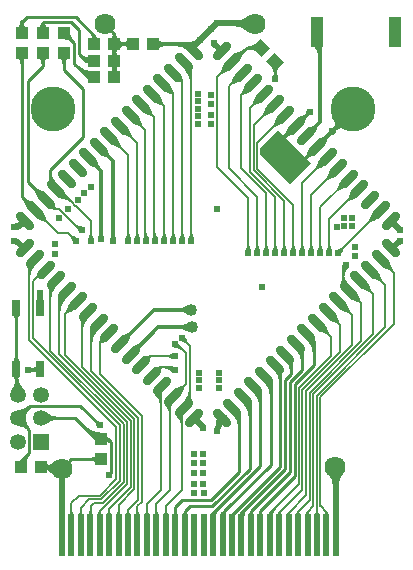
<source format=gtl>
%FSLAX24Y24*%
%MOIN*%
G70*
G01*
G75*
G04 Layer_Physical_Order=1*
G04 Layer_Color=255*
%ADD10C,0.0060*%
%ADD11C,0.0100*%
%ADD12C,0.0140*%
%ADD13C,0.0200*%
%ADD14R,0.0197X0.1417*%
%ADD15R,0.0433X0.0394*%
%ADD16R,0.0276X0.0571*%
%ADD17R,0.0394X0.0433*%
%ADD18R,0.0400X0.1000*%
G04:AMPARAMS|DCode=19|XSize=31.5mil|YSize=74.8mil|CornerRadius=0mil|HoleSize=0mil|Usage=FLASHONLY|Rotation=135.000|XOffset=0mil|YOffset=0mil|HoleType=Round|Shape=Round|*
%AMOVALD19*
21,1,0.0433,0.0315,0.0000,0.0000,225.0*
1,1,0.0315,0.0153,0.0153*
1,1,0.0315,-0.0153,-0.0153*
%
%ADD19OVALD19*%

G04:AMPARAMS|DCode=20|XSize=31.5mil|YSize=74.8mil|CornerRadius=0mil|HoleSize=0mil|Usage=FLASHONLY|Rotation=45.000|XOffset=0mil|YOffset=0mil|HoleType=Round|Shape=Round|*
%AMOVALD20*
21,1,0.0433,0.0315,0.0000,0.0000,135.0*
1,1,0.0315,0.0153,-0.0153*
1,1,0.0315,-0.0153,0.0153*
%
%ADD20OVALD20*%

G04:AMPARAMS|DCode=21|XSize=39.4mil|YSize=43.3mil|CornerRadius=0mil|HoleSize=0mil|Usage=FLASHONLY|Rotation=45.000|XOffset=0mil|YOffset=0mil|HoleType=Round|Shape=Rectangle|*
%AMROTATEDRECTD21*
4,1,4,0.0014,-0.0292,-0.0292,0.0014,-0.0014,0.0292,0.0292,-0.0014,0.0014,-0.0292,0.0*
%
%ADD21ROTATEDRECTD21*%

%ADD22C,0.0705*%
%ADD23R,0.0530X0.0530*%
%ADD24C,0.0530*%
%ADD25C,0.0240*%
%ADD26C,0.0400*%
%ADD27C,0.1500*%
G36*
X9100Y9200D02*
X8400Y8500D01*
X7392Y9508D01*
Y9692D01*
X8000Y10300D01*
X9100Y9200D01*
D02*
G37*
D10*
X10000Y6290D02*
G03*
X10153Y6353I0J217D01*
G01*
X10154Y6354D02*
G03*
X10090Y6200I154J-154D01*
G01*
X9336Y6264D02*
G03*
X9400Y6417I-154J154D01*
G01*
D02*
G03*
X9464Y6264I217J0D01*
G01*
X9036D02*
G03*
X9100Y6417I-154J154D01*
G01*
D02*
G03*
X9164Y6264I217J0D01*
G01*
X8736D02*
G03*
X8800Y6417I-154J154D01*
G01*
D02*
G03*
X8864Y6264I217J0D01*
G01*
X8436D02*
G03*
X8500Y6417I-154J154D01*
G01*
D02*
G03*
X8564Y6264I217J0D01*
G01*
X8136D02*
G03*
X8200Y6417I-154J154D01*
G01*
D02*
G03*
X8264Y6264I217J0D01*
G01*
X7836D02*
G03*
X7900Y6417I-154J154D01*
G01*
D02*
G03*
X7964Y6264I217J0D01*
G01*
X7536D02*
G03*
X7600Y6417I-154J154D01*
G01*
D02*
G03*
X7664Y6264I217J0D01*
G01*
X7236D02*
G03*
X7300Y6417I-154J154D01*
G01*
D02*
G03*
X7364Y6264I217J0D01*
G01*
X6936D02*
G03*
X7000Y6417I-154J154D01*
G01*
D02*
G03*
X7064Y6264I217J0D01*
G01*
X5036Y6664D02*
G03*
X5100Y6817I-154J154D01*
G01*
D02*
G03*
X5164Y6664I217J0D01*
G01*
X4736D02*
G03*
X4800Y6817I-154J154D01*
G01*
D02*
G03*
X4864Y6664I217J0D01*
G01*
X4436D02*
G03*
X4500Y6817I-154J154D01*
G01*
D02*
G03*
X4564Y6664I217J0D01*
G01*
X4136D02*
G03*
X4200Y6817I-154J154D01*
G01*
D02*
G03*
X4264Y6664I217J0D01*
G01*
X3836D02*
G03*
X3860Y6721I-57J57D01*
G01*
Y6769D02*
G03*
X3921Y6621I209J0D01*
G01*
X3860Y6914D02*
G03*
X3964Y6664I354J0D01*
G01*
X3536D02*
G03*
X3560Y6721I-57J57D01*
G01*
Y6769D02*
G03*
X3621Y6621I209J0D01*
G01*
X3560Y6914D02*
G03*
X3664Y6664I354J0D01*
G01*
X3236D02*
G03*
X3300Y6817I-154J154D01*
G01*
D02*
G03*
X3364Y6664I217J0D01*
G01*
X2936D02*
G03*
X3000Y6817I-154J154D01*
G01*
D02*
G03*
X3064Y6664I217J0D01*
G01*
X9636Y6264D02*
G03*
X9700Y6417I-154J154D01*
G01*
D02*
G03*
X9764Y6264I217J0D01*
G01*
X1160Y6600D02*
G03*
X1096Y6754I-217J0D01*
G01*
X1096Y6754D02*
G03*
X1250Y6690I154J154D01*
G01*
X1360Y6950D02*
G03*
X1330Y7023I-104J0D01*
G01*
X1319Y7034D02*
G03*
X1450Y6980I131J131D01*
G01*
X1216Y7137D02*
G03*
X1450Y7040I234J234D01*
G01*
X1686Y6664D02*
G03*
X1750Y6817I-154J154D01*
G01*
D02*
G03*
X1814Y6664I217J0D01*
G01*
X4890Y3350D02*
G03*
X4954Y3196I217J0D01*
G01*
X4954Y3196D02*
G03*
X4800Y3260I-154J-154D01*
G01*
X4738Y3042D02*
G03*
X4550Y3120I-188J-188D01*
G01*
X4841Y2940D02*
G03*
X4550Y3060I-291J-291D01*
G01*
X4572Y2321D02*
G03*
X4384Y2400I-187J-182D01*
G01*
X4529Y2279D02*
G03*
X4242Y2400I-286J-279D01*
G01*
X4485Y2237D02*
G03*
X4100Y2400I-385J-375D01*
G01*
X4486Y2686D02*
G03*
X4333Y2750I-154J-154D01*
G01*
D02*
G03*
X4486Y2814I0J217D01*
G01*
X10229Y5821D02*
G03*
X10150Y5631I190J-190D01*
G01*
X10271Y5779D02*
G03*
X10150Y5486I293J-293D01*
G01*
X10314Y5736D02*
G03*
X10150Y5341I395J-395D01*
G01*
X111Y7457D02*
G03*
X158Y7342I163J0D01*
G01*
X171Y7457D02*
G03*
X261Y7239I308J0D01*
G01*
X158Y7342D02*
G03*
X43Y7390I-115J-115D01*
G01*
X261Y7239D02*
G03*
X43Y7330I-218J-218D01*
G01*
X521Y7781D02*
G03*
X557Y7650I135J-33D01*
G01*
X557Y7650D02*
G03*
X427Y7687I-98J-98D01*
G01*
X878Y8164D02*
G03*
X907Y8093I101J0D01*
G01*
X909Y8091D02*
G03*
X750Y8157I-159J-159D01*
G01*
X1012Y7988D02*
G03*
X750Y8097I-261J-261D01*
G01*
X1114Y7886D02*
G03*
X750Y8037I-364J-364D01*
G01*
X2586Y9932D02*
G03*
X2633Y9817I163J0D01*
G01*
X2646Y9932D02*
G03*
X2736Y9714I308J0D01*
G01*
X2633Y9817D02*
G03*
X2518Y9864I-115J-115D01*
G01*
X2736Y9714D02*
G03*
X2518Y9804I-218J-218D01*
G01*
X2939Y10285D02*
G03*
X2987Y10170I163J0D01*
G01*
X2999Y10285D02*
G03*
X3089Y10068I308J0D01*
G01*
X2987Y10170D02*
G03*
X2872Y10218I-115J-115D01*
G01*
X3089Y10068D02*
G03*
X2872Y10158I-218J-218D01*
G01*
X3293Y10639D02*
G03*
X3340Y10524I163J0D01*
G01*
X3353Y10639D02*
G03*
X3443Y10421I308J0D01*
G01*
X3340Y10524D02*
G03*
X3225Y10572I-115J-115D01*
G01*
X3443Y10421D02*
G03*
X3225Y10512I-218J-218D01*
G01*
X3646Y10993D02*
G03*
X3694Y10877I163J0D01*
G01*
X3706Y10993D02*
G03*
X3796Y10775I308J0D01*
G01*
X3694Y10877D02*
G03*
X3579Y10925I-115J-115D01*
G01*
X3796Y10775D02*
G03*
X3579Y10865I-218J-218D01*
G01*
X4000Y11346D02*
G03*
X4048Y11231I163J0D01*
G01*
X4060Y11346D02*
G03*
X4150Y11128I308J0D01*
G01*
X4048Y11231D02*
G03*
X3932Y11279I-115J-115D01*
G01*
X4150Y11128D02*
G03*
X3932Y11219I-218J-218D01*
G01*
X4413Y11695D02*
G03*
X4493Y11493I272J-10D01*
G01*
X4493Y11493D02*
G03*
X4291Y11572I-192J-192D01*
G01*
X4763Y12023D02*
G03*
X4800Y11893I135J-33D01*
G01*
X4800Y11893D02*
G03*
X4669Y11929I-98J-98D01*
G01*
X5100Y12275D02*
G03*
X5030Y12444I-238J0D01*
G01*
X5100Y12130D02*
G03*
X4988Y12401I-383J0D01*
G01*
X5100Y11986D02*
G03*
X4945Y12359I-528J0D01*
G01*
X5100Y11841D02*
G03*
X4903Y12317I-673J0D01*
G01*
X6307Y12339D02*
G03*
X6192Y12292I0J-163D01*
G01*
X6307Y12279D02*
G03*
X6089Y12189I0J-308D01*
G01*
X6192Y12292D02*
G03*
X6240Y12407I-115J115D01*
G01*
X6089Y12189D02*
G03*
X6180Y12407I-218J218D01*
G01*
X6661Y11986D02*
G03*
X6545Y11938I0J-163D01*
G01*
X6661Y11926D02*
G03*
X6443Y11836I0J-308D01*
G01*
X6545Y11938D02*
G03*
X6593Y12053I-115J115D01*
G01*
X6443Y11836D02*
G03*
X6533Y12053I-218J218D01*
G01*
X7014Y11632D02*
G03*
X6899Y11584I0J-163D01*
G01*
X7014Y11572D02*
G03*
X6796Y11482I0J-308D01*
G01*
X6899Y11584D02*
G03*
X6947Y11700I-115J115D01*
G01*
X6796Y11482D02*
G03*
X6887Y11700I-218J218D01*
G01*
X7368Y11279D02*
G03*
X7252Y11231I0J-163D01*
G01*
X7368Y11219D02*
G03*
X7150Y11128I0J-308D01*
G01*
X7252Y11231D02*
G03*
X7300Y11346I-115J115D01*
G01*
X7150Y11128D02*
G03*
X7240Y11346I-218J218D01*
G01*
X7721Y10925D02*
G03*
X7606Y10877I0J-163D01*
G01*
X7721Y10865D02*
G03*
X7504Y10775I0J-308D01*
G01*
X7606Y10877D02*
G03*
X7654Y10993I-115J115D01*
G01*
X7504Y10775D02*
G03*
X7594Y10993I-218J218D01*
G01*
X8075Y10572D02*
G03*
X7960Y10524I0J-163D01*
G01*
X8075Y10512D02*
G03*
X7857Y10421I0J-308D01*
G01*
X7960Y10524D02*
G03*
X8007Y10639I-115J115D01*
G01*
X7857Y10421D02*
G03*
X7947Y10639I-218J218D01*
G01*
X9489Y9157D02*
G03*
X9374Y9110I0J-163D01*
G01*
X9489Y9097D02*
G03*
X9271Y9007I0J-308D01*
G01*
X9374Y9110D02*
G03*
X9422Y9225I-115J115D01*
G01*
X9271Y9007D02*
G03*
X9362Y9225I-218J218D01*
G01*
X9843Y8804D02*
G03*
X9727Y8756I0J-163D01*
G01*
X9843Y8744D02*
G03*
X9625Y8654I0J-308D01*
G01*
X9727Y8756D02*
G03*
X9775Y8871I-115J115D01*
G01*
X9625Y8654D02*
G03*
X9715Y8871I-218J218D01*
G01*
X10196Y8450D02*
G03*
X10081Y8402I0J-163D01*
G01*
X10196Y8390D02*
G03*
X9978Y8300I0J-308D01*
G01*
X10081Y8402D02*
G03*
X10129Y8518I-115J115D01*
G01*
X9978Y8300D02*
G03*
X10069Y8518I-218J218D01*
G01*
X10550Y8097D02*
G03*
X10434Y8049I0J-163D01*
G01*
X10550Y8037D02*
G03*
X10332Y7946I0J-308D01*
G01*
X10434Y8049D02*
G03*
X10482Y8164I-115J115D01*
G01*
X10332Y7946D02*
G03*
X10422Y8164I-218J218D01*
G01*
X11257Y7390D02*
G03*
X11142Y7342I0J-163D01*
G01*
X11257Y7330D02*
G03*
X11039Y7239I0J-308D01*
G01*
X11142Y7342D02*
G03*
X11189Y7457I-115J115D01*
G01*
X11039Y7239D02*
G03*
X11129Y7457I-218J218D01*
G01*
X11630Y5837D02*
G03*
X11678Y5722I163J0D01*
G01*
X11690Y5837D02*
G03*
X11781Y5619I308J0D01*
G01*
X11678Y5722D02*
G03*
X11563Y5769I-115J-115D01*
G01*
X11781Y5619D02*
G03*
X11563Y5709I-218J-218D01*
G01*
X11277Y5483D02*
G03*
X11325Y5368I163J0D01*
G01*
X11337Y5483D02*
G03*
X11427Y5266I308J0D01*
G01*
X11325Y5368D02*
G03*
X11209Y5416I-115J-115D01*
G01*
X11427Y5266D02*
G03*
X11209Y5356I-218J-218D01*
G01*
X10923Y5130D02*
G03*
X10971Y5014I163J0D01*
G01*
X10983Y5130D02*
G03*
X11073Y4912I308J0D01*
G01*
X10971Y5014D02*
G03*
X10856Y5062I-115J-115D01*
G01*
X11073Y4912D02*
G03*
X10856Y5002I-218J-218D01*
G01*
X10106Y5173D02*
G03*
X10150Y5279I-106J106D01*
G01*
Y5357D02*
G03*
X10244Y5130I320J0D01*
G01*
X10150Y5501D02*
G03*
X10286Y5173I465J0D01*
G01*
X10570Y4776D02*
G03*
X10618Y4661I163J0D01*
G01*
X10630Y4776D02*
G03*
X10720Y4559I308J0D01*
G01*
X10618Y4661D02*
G03*
X10502Y4709I-115J-115D01*
G01*
X10720Y4559D02*
G03*
X10502Y4649I-218J-218D01*
G01*
X10216Y4423D02*
G03*
X10264Y4307I163J0D01*
G01*
X10276Y4423D02*
G03*
X10366Y4205I308J0D01*
G01*
X10264Y4307D02*
G03*
X10149Y4355I-115J-115D01*
G01*
X10366Y4205D02*
G03*
X10149Y4295I-218J-218D01*
G01*
X9863Y4069D02*
G03*
X9910Y3954I163J0D01*
G01*
X9923Y4069D02*
G03*
X10013Y3851I308J0D01*
G01*
X9910Y3954D02*
G03*
X9795Y4002I-115J-115D01*
G01*
X10013Y3851D02*
G03*
X9795Y3942I-218J-218D01*
G01*
X9509Y3715D02*
G03*
X9557Y3600I163J0D01*
G01*
X9569Y3715D02*
G03*
X9659Y3498I308J0D01*
G01*
X9557Y3600D02*
G03*
X9442Y3648I-115J-115D01*
G01*
X9659Y3498D02*
G03*
X9442Y3588I-218J-218D01*
G01*
X9195Y3293D02*
G03*
X9200Y3250I29J-19D01*
G01*
D02*
G03*
X9157Y3255I-24J-24D01*
G01*
X4988Y1199D02*
G03*
X5050Y1349I-150J150D01*
G01*
X4945Y1241D02*
G03*
X5050Y1494I-253J253D01*
G01*
X4903Y1283D02*
G03*
X5050Y1639I-355J355D01*
G01*
Y1363D02*
G03*
X5083Y1283I113J0D01*
G01*
X4793Y659D02*
G03*
X4682Y881I-277J0D01*
G01*
X4793Y539D02*
G03*
X4646Y833I-368J0D01*
G01*
X4793Y419D02*
G03*
X4610Y785I-459J0D01*
G01*
X4639Y1614D02*
G03*
X4755Y1662I0J163D01*
G01*
X4639Y1674D02*
G03*
X4857Y1764I0J308D01*
G01*
X4755Y1662D02*
G03*
X4707Y1547I115J-115D01*
G01*
X4857Y1764D02*
G03*
X4767Y1547I218J-218D01*
G01*
X4423Y1150D02*
G03*
X4400Y1094I56J-56D01*
G01*
Y1061D02*
G03*
X4328Y1235I-246J0D01*
G01*
X4400Y916D02*
G03*
X4286Y1193I-391J0D01*
G01*
X4400Y772D02*
G03*
X4243Y1150I-536J0D01*
G01*
X4086Y1366D02*
G03*
X3975Y1588I-277J0D01*
G01*
X4086Y1246D02*
G03*
X3939Y1540I-368J0D01*
G01*
X4086Y1126D02*
G03*
X3903Y1492I-459J0D01*
G01*
X3977Y2373D02*
G03*
X4100Y2400I41J109D01*
G01*
X4100Y2400D02*
G03*
X4058Y2273I105J-105D01*
G01*
X3622Y2728D02*
G03*
X3721Y2750I32J90D01*
G01*
D02*
G03*
X3699Y2650I68J-68D01*
G01*
X2183Y3238D02*
G03*
X2050Y3200I-32J-138D01*
G01*
X2050Y3200D02*
G03*
X2088Y3333I-100J100D01*
G01*
X1864Y3710D02*
G03*
X1760Y3460I251J-251D01*
G01*
X1906Y3668D02*
G03*
X1760Y3315I353J-353D01*
G01*
X1948Y3625D02*
G03*
X1760Y3170I455J-455D01*
G01*
X1510Y4064D02*
G03*
X1450Y3919I145J-145D01*
G01*
X1552Y4021D02*
G03*
X1450Y3774I247J-247D01*
G01*
X1595Y3979D02*
G03*
X1450Y3629I350J-350D01*
G01*
Y3894D02*
G03*
X1415Y3979I-121J0D01*
G01*
X1151Y4355D02*
G03*
X1036Y4307I0J-163D01*
G01*
X1151Y4295D02*
G03*
X934Y4205I0J-308D01*
G01*
X1036Y4307D02*
G03*
X1084Y4423I-115J115D01*
G01*
X934Y4205D02*
G03*
X1024Y4423I-218J218D01*
G01*
X803Y4771D02*
G03*
X700Y4522I249J-249D01*
G01*
X845Y4728D02*
G03*
X700Y4377I351J-351D01*
G01*
X888Y4686D02*
G03*
X700Y4233I453J-453D01*
G01*
X492Y5082D02*
G03*
X400Y4860I222J-222D01*
G01*
X534Y5040D02*
G03*
X400Y4715I324J-324D01*
G01*
Y4928D02*
G03*
X354Y5040I-157J0D01*
G01*
X-215Y5789D02*
G03*
X-300Y5584I205J-205D01*
G01*
X-173Y5747D02*
G03*
X-300Y5440I307J-307D01*
G01*
Y5618D02*
G03*
X-353Y5747I-181J0D01*
G01*
X9554Y-2553D02*
G03*
X9602Y-2440I-111J113D01*
G01*
D02*
G03*
X9650Y-2553I158J0D01*
G01*
X8924D02*
G03*
X8972Y-2440I-111J113D01*
G01*
D02*
G03*
X9020Y-2553I158J0D01*
G01*
X9239Y-2554D02*
G03*
X9287Y-2437I-117J117D01*
G01*
D02*
G03*
X9335Y-2554I165J0D01*
G01*
X8299Y-2549D02*
G03*
X8342Y-2458I-75J92D01*
G01*
D02*
G03*
X8385Y-2549I118J0D01*
G01*
X8609Y-2553D02*
G03*
X8657Y-2440I-111J113D01*
G01*
D02*
G03*
X8705Y-2553I158J0D01*
G01*
X7989Y-2546D02*
G03*
X8027Y-2473I-50J73D01*
G01*
D02*
G03*
X8066Y-2546I88J0D01*
G01*
X7705Y-2495D02*
G03*
X7661Y-2602I108J-108D01*
G01*
X7808Y-2392D02*
G03*
X7721Y-2602I210J-210D01*
G01*
X7910Y-2290D02*
G03*
X7781Y-2602I312J-312D01*
G01*
X7680Y-2542D02*
G03*
X7712Y-2488I-29J54D01*
G01*
D02*
G03*
X7745Y-2542I62J0D01*
G01*
X4199Y-2554D02*
G03*
X4248Y-2437I-117J117D01*
G01*
D02*
G03*
X4296Y-2554I165J0D01*
G01*
X2624D02*
G03*
X2673Y-2437I-117J117D01*
G01*
D02*
G03*
X2721Y-2554I165J0D01*
G01*
X2309D02*
G03*
X2350Y-2456I-98J98D01*
G01*
Y-2418D02*
G03*
X2406Y-2554I192J0D01*
G01*
X3254D02*
G03*
X3303Y-2437I-117J117D01*
G01*
D02*
G03*
X3351Y-2554I165J0D01*
G01*
X2939D02*
G03*
X2988Y-2437I-117J117D01*
G01*
D02*
G03*
X3036Y-2554I165J0D01*
G01*
X3569D02*
G03*
X3618Y-2437I-117J117D01*
G01*
D02*
G03*
X3666Y-2554I165J0D01*
G01*
X3884D02*
G03*
X3933Y-2437I-117J117D01*
G01*
D02*
G03*
X3981Y-2554I165J0D01*
G01*
X1050D02*
G03*
X1098Y-2437I-117J117D01*
G01*
D02*
G03*
X1146Y-2554I165J0D01*
G01*
X1680D02*
G03*
X1750Y-2384I-170J170D01*
G01*
Y-2490D02*
G03*
X1776Y-2554I90J0D01*
G01*
X1365D02*
G03*
X1413Y-2437I-117J117D01*
G01*
D02*
G03*
X1461Y-2554I165J0D01*
G01*
X1995D02*
G03*
X2043Y-2437I-117J117D01*
G01*
D02*
G03*
X2091Y-2554I165J0D01*
G01*
X3320Y-2052D02*
Y698D01*
X3200Y-1670D02*
Y649D01*
X3080Y-1620D02*
Y599D01*
X2960Y-1499D02*
Y549D01*
X2840Y-1449D02*
Y499D01*
X2720Y-1400D02*
Y450D01*
X1760Y2258D02*
X3320Y698D01*
X1760Y2258D02*
Y3617D01*
X1450Y2399D02*
X3200Y649D01*
X1450Y2399D02*
Y4014D01*
X900Y2779D02*
X3080Y599D01*
X900Y2779D02*
Y4171D01*
X700Y2809D02*
X2960Y549D01*
X700Y2809D02*
Y4678D01*
X400Y2939D02*
X2840Y499D01*
X400Y2939D02*
Y5086D01*
X-180Y3350D02*
X2720Y450D01*
X-180Y3350D02*
Y5250D01*
X1098Y-3213D02*
Y-2152D01*
X1350Y-1900D01*
X2050D01*
X2600Y-1350D01*
Y400D01*
X-300Y3300D02*
X2600Y400D01*
X-300Y3300D02*
Y5800D01*
X-110Y5990D01*
X1750Y-2250D02*
X1800Y-2200D01*
X1854Y-2146D01*
X10150Y5128D02*
Y5800D01*
X1403Y6950D02*
X1450D01*
X790Y7563D02*
X1403Y6950D01*
X703Y7650D02*
X790Y7563D01*
X557Y7650D02*
X703D01*
X244Y7964D02*
X557Y7650D01*
X1000Y6850D02*
X1250Y6600D01*
X650Y6850D02*
X1000D01*
X-110Y7610D02*
X650Y6850D01*
X1242Y7758D02*
X1750Y7250D01*
X1231Y7758D02*
X1242D01*
X1108Y7881D02*
X1231Y7758D01*
X1108Y7881D02*
Y7892D01*
X683Y8317D02*
X1108Y7892D01*
X1750Y6600D02*
Y7250D01*
X597Y8317D02*
X683D01*
X10150Y5800D02*
X10250D01*
X10150Y5128D02*
X10349Y4929D01*
X4800Y3350D02*
X5050Y3100D01*
Y1250D02*
Y3100D01*
X4840Y1040D02*
X5050Y1250D01*
X6460Y1040D02*
X6700Y800D01*
X3426Y2454D02*
X3721Y2750D01*
X4550D01*
X4450Y2400D02*
X4550Y2300D01*
X4100Y2400D02*
X4450D01*
X3801Y2101D02*
X4100Y2400D01*
X3779Y2101D02*
X3801D01*
X4910Y1817D02*
Y2870D01*
X4630Y3150D02*
X4910Y2870D01*
X4550Y3150D02*
X4630D01*
X4486Y1394D02*
X4910Y1817D01*
X2050Y3200D02*
X2365Y3515D01*
X2050Y2150D02*
Y3200D01*
Y2150D02*
X3440Y760D01*
Y-2101D02*
Y760D01*
X3303Y-2239D02*
X3440Y-2101D01*
X3303Y-3213D02*
Y-2239D01*
X2988Y-3213D02*
Y-2384D01*
X3320Y-2052D01*
X1760Y3617D02*
X2011Y3869D01*
X1450Y4014D02*
X1658Y4222D01*
X2673Y-2197D02*
X3200Y-1670D01*
X2673Y-3213D02*
Y-2197D01*
X2350Y-3205D02*
X2358Y-3213D01*
X2350Y-3205D02*
Y-2350D01*
X3080Y-1620D01*
X900Y4171D02*
X1304Y4576D01*
X700Y4678D02*
X951Y4929D01*
X2043Y-2416D02*
X2960Y-1499D01*
X2043Y-3213D02*
Y-2416D01*
X400Y5086D02*
X597Y5283D01*
X2143Y-2146D02*
X2840Y-1449D01*
X1854Y-2146D02*
X2143D01*
X1750Y-3191D02*
Y-2250D01*
X1728Y-3213D02*
X1750Y-3191D01*
X1703Y-2020D02*
X2100D01*
X206Y5636D02*
X244D01*
X-180Y5250D02*
X206Y5636D01*
X2100Y-2020D02*
X2720Y-1400D01*
X1413Y-2310D02*
X1703Y-2020D01*
X4086Y1700D02*
X4133Y1747D01*
X4086Y1138D02*
Y1700D01*
Y-1714D02*
Y1138D01*
X3618Y-2182D02*
X4086Y-1714D01*
X3618Y-3213D02*
Y-2182D01*
X4400Y1307D02*
X4486Y1394D01*
X4400Y-1700D02*
Y1307D01*
X3933Y-2167D02*
X4400Y-1700D01*
X3933Y-3213D02*
Y-2167D01*
X4793Y993D02*
X4840Y1040D01*
X4793Y431D02*
Y993D01*
Y-1707D02*
Y431D01*
X4248Y-2252D02*
X4793Y-1707D01*
X4248Y-3213D02*
Y-2252D01*
X7167Y1747D02*
X7400Y1514D01*
X6814Y1394D02*
X7050Y1157D01*
X7521Y2101D02*
X7750Y1872D01*
X9400Y-2238D02*
Y-2206D01*
Y-2238D02*
X9407Y-2245D01*
X9602Y-2440D01*
X9280Y-2288D02*
X9287Y-2295D01*
X9280Y-2288D02*
Y-2157D01*
X10703Y5283D02*
X11160Y4826D01*
Y3481D02*
Y4826D01*
X9160Y1481D02*
X11160Y3481D01*
X9160Y-511D02*
Y1481D01*
Y-1514D02*
Y-511D01*
Y-1719D02*
Y-1514D01*
Y-1849D02*
Y-1719D01*
Y-1979D02*
Y-1849D01*
Y-2107D02*
Y-1979D01*
Y-2252D02*
Y-2107D01*
X8972Y-2440D02*
X9160Y-2252D01*
X8972Y-3213D02*
Y-2440D01*
X9280Y-2157D02*
Y-2029D01*
X9400Y-2079D02*
Y-1949D01*
Y-2206D02*
Y-2079D01*
X9280Y-2029D02*
Y-1899D01*
X9287Y-3213D02*
Y-2295D01*
X9400Y-1949D02*
Y-1818D01*
X9280Y-1564D02*
Y-461D01*
Y1431D01*
Y-1769D02*
Y-1564D01*
Y-1899D02*
Y-1769D01*
X9400Y-1818D02*
Y-1613D01*
Y-411D01*
Y1382D01*
X10349Y4929D02*
X10760Y4518D01*
Y3251D02*
Y4518D01*
X9040Y1531D02*
X10760Y3251D01*
X9040Y-560D02*
Y1531D01*
Y-1464D02*
Y-560D01*
Y-1669D02*
Y-1464D01*
Y-1799D02*
Y-1669D01*
Y-1930D02*
Y-1799D01*
Y-2057D02*
Y-1930D01*
X8657Y-2440D02*
X9040Y-2057D01*
X8657Y-3213D02*
Y-2440D01*
X9996Y4576D02*
X10460Y4111D01*
Y3121D02*
Y4111D01*
X8920Y1581D02*
X10460Y3121D01*
X8920Y-610D02*
Y1581D01*
Y-1415D02*
Y-610D01*
Y-1619D02*
Y-1415D01*
Y-1750D02*
Y-1619D01*
Y-1880D02*
Y-1750D01*
X8342Y-2458D02*
X8920Y-1880D01*
X8342Y-3213D02*
Y-2458D01*
X11410Y5990D02*
X11860Y5540D01*
Y3842D02*
Y5540D01*
X9400Y1382D02*
X11860Y3842D01*
X9602Y-3213D02*
Y-2440D01*
X9642Y4222D02*
X10060Y3804D01*
Y2890D02*
Y3804D01*
X8800Y1630D02*
X10060Y2890D01*
X8800Y-660D02*
Y1630D01*
Y-1365D02*
Y-660D01*
Y-1570D02*
Y-1365D01*
Y-1700D02*
Y-1570D01*
X8027Y-2473D02*
X8800Y-1700D01*
X8027Y-3213D02*
Y-2473D01*
X9289Y3869D02*
X9760Y3397D01*
Y2760D02*
Y3397D01*
X8680Y1680D02*
X9760Y2760D01*
X8680Y-709D02*
Y1680D01*
Y-1315D02*
Y-709D01*
Y-1520D02*
Y-1315D01*
X7712Y-2488D02*
X8680Y-1520D01*
X7712Y-3213D02*
Y-2488D01*
X8380Y1890D02*
X8390D01*
X8935Y3515D02*
X9200Y3250D01*
X8581Y3161D02*
X8800Y2943D01*
X9280Y1431D02*
X11560Y3711D01*
X7874Y2454D02*
X8050Y2279D01*
X6452Y-3213D02*
Y-2548D01*
X7900Y12000D02*
Y12027D01*
X1413Y-3213D02*
Y-2310D01*
X-270Y5830D02*
X-110Y5990D01*
X10Y5403D02*
X244Y5636D01*
X1120Y4391D02*
X1304Y4576D01*
X780Y4758D02*
X951Y4929D01*
X370Y5056D02*
X597Y5283D01*
X2150Y3300D02*
X2365Y3515D01*
X7300Y6200D02*
Y8070D01*
X5960Y12060D02*
X6460Y12560D01*
X5960Y9050D02*
Y12060D01*
Y9050D02*
X7000Y8010D01*
Y6200D02*
Y8010D01*
X6360Y11753D02*
X6814Y12206D01*
X6360Y9010D02*
Y11753D01*
Y9010D02*
X7300Y8070D01*
X6760Y11446D02*
X7167Y11853D01*
X6760Y9031D02*
Y11446D01*
Y9031D02*
X7600Y8191D01*
Y6200D02*
Y8191D01*
X7060Y11038D02*
X7521Y11499D01*
X7060Y8901D02*
Y11038D01*
Y8901D02*
X7900Y8061D01*
Y6200D02*
Y8061D01*
X7180Y10451D02*
X7874Y11146D01*
X7180Y8950D02*
Y10451D01*
Y8950D02*
X8200Y7930D01*
Y6200D02*
Y7930D01*
X7300Y9864D02*
X8228Y10792D01*
X7300Y9000D02*
Y9864D01*
Y9000D02*
X8500Y7800D01*
Y6200D02*
Y7800D01*
X8800Y8536D02*
X9642Y9378D01*
X8800Y6200D02*
Y8536D01*
X9100Y8129D02*
X9996Y9024D01*
X9100Y6200D02*
Y8129D01*
X9400Y7722D02*
X10349Y8671D01*
X9400Y6200D02*
Y7722D01*
X9700Y7314D02*
X10703Y8317D01*
X9700Y6200D02*
Y7314D01*
X197Y8011D02*
X244Y7964D01*
X89Y8011D02*
X197D01*
X2365Y10085D02*
X3000Y9450D01*
Y6600D02*
Y9450D01*
X2719Y10439D02*
X3300Y9857D01*
Y6600D02*
Y9857D01*
X3072Y10792D02*
X3560Y10304D01*
Y6640D02*
X3600Y6600D01*
X3560Y6640D02*
Y10304D01*
X3426Y11146D02*
X3860Y10711D01*
Y6640D02*
X3900Y6600D01*
X3860Y6640D02*
Y10711D01*
X3779Y11499D02*
X4189Y11089D01*
X4200Y6600D02*
Y11078D01*
X4189Y11089D02*
X4200Y11078D01*
X4133Y11853D02*
X4493Y11493D01*
X4500Y6600D02*
Y11493D01*
X4486Y12206D02*
X4800Y11893D01*
Y6600D02*
Y11307D01*
Y11893D01*
X4840Y12560D02*
X5100Y12300D01*
Y6600D02*
Y11100D01*
Y12300D01*
X10000Y6200D02*
X11410Y7610D01*
X11763Y7257D02*
Y7263D01*
Y6321D02*
Y6343D01*
X11560Y3711D02*
Y5133D01*
X11056Y5636D02*
X11560Y5133D01*
X8228Y2808D02*
X8435Y2601D01*
X3379Y2407D02*
X3426Y2454D01*
X1778Y3635D02*
X2011Y3869D01*
X6460Y12560D02*
X6487D01*
X7258Y6242D02*
X7300Y6200D01*
X10000D02*
Y6200D01*
D11*
X9800Y10313D02*
G03*
X9919Y10362I0J169D01*
G01*
X9919Y10362D02*
G03*
X9870Y10243I120J-120D01*
G01*
X10294Y10476D02*
G03*
X9959Y10402I-109J-299D01*
G01*
X10260Y10382D02*
G03*
X9849Y10291I-134J-368D01*
G01*
X9940Y10383D02*
G03*
X9984Y10734I-204J204D01*
G01*
X9849Y10291D02*
G03*
X9898Y10683I-228J228D01*
G01*
X7850Y12049D02*
G03*
X7887Y12137I-87J87D01*
G01*
Y12201D02*
G03*
X7950Y12049I215J0D01*
G01*
X-301Y2350D02*
G03*
X-162Y2292I139J139D01*
G01*
X-200D02*
G03*
X-301Y2251I0J-142D01*
G01*
X1980Y450D02*
G03*
X1930Y569I-169J0D01*
G01*
X1930Y569D02*
G03*
X2050Y520I120J120D01*
G01*
X644Y-1129D02*
G03*
X263Y-950I-381J-316D01*
G01*
X567Y-1193D02*
G03*
X50Y-950I-517J-429D01*
G01*
X432D02*
G03*
X657Y-857I0J318D01*
G01*
X190Y-950D02*
G03*
X586Y-786I0J560D01*
G01*
X-839Y1627D02*
G03*
X-737Y1873I-246J246D01*
G01*
D02*
G03*
X-606Y1556I448J0D01*
G01*
X-737Y2115D02*
G03*
X-535Y1627I690J0D01*
G01*
X-687Y802D02*
G03*
X-491Y884I0J278D01*
G01*
X-687Y902D02*
G03*
X-320Y1054I0J519D01*
G01*
X-491Y884D02*
G03*
X-572Y687I196J-196D01*
G01*
X-320Y1054D02*
G03*
X-472Y687I367J-367D01*
G01*
X-572D02*
G03*
X-491Y491I278J0D01*
G01*
X-472Y687D02*
G03*
X-320Y320I519J0D01*
G01*
X-491Y491D02*
G03*
X-687Y572I-196J-196D01*
G01*
X-320Y320D02*
G03*
X-687Y472I-367J-367D01*
G01*
X181Y769D02*
G03*
X378Y687I196J196D01*
G01*
X252Y839D02*
G03*
X619Y687I367J367D01*
G01*
X378D02*
G03*
X181Y606I0J-278D01*
G01*
X619Y687D02*
G03*
X252Y535I0J-519D01*
G01*
X7296Y12947D02*
G03*
X7079Y13037I-217J-217D01*
G01*
X7011D02*
G03*
X7296Y13154I0J402D01*
G01*
X8004Y12446D02*
G03*
X7887Y12161I284J-284D01*
G01*
Y12229D02*
G03*
X7797Y12446I-307J0D01*
G01*
X-370Y7763D02*
G03*
X-446Y7947I-259J0D01*
G01*
D02*
G03*
X-263Y7871I183J183D01*
G01*
X-17Y8117D02*
G03*
X-93Y8300I-259J0D01*
G01*
D02*
G03*
X91Y8224I183J183D01*
G01*
X368Y8546D02*
G03*
X400Y8623I-77J77D01*
G01*
Y8836D02*
G03*
X520Y8546I410J0D01*
G01*
X6613Y12820D02*
G03*
X6797Y12896I0J259D01*
G01*
D02*
G03*
X6721Y12713I183J-183D01*
G01*
X9200Y3074D02*
G03*
X9083Y3357I-400J0D01*
G01*
X9200Y2832D02*
G03*
X9012Y3286I-642J0D01*
G01*
X8800Y2832D02*
G03*
X8729Y3003I-242J0D01*
G01*
X8800Y2591D02*
G03*
X8659Y2932I-483J0D01*
G01*
X8435Y2507D02*
G03*
X8376Y2650I-202J0D01*
G01*
X8435Y2265D02*
G03*
X8305Y2579I-443J0D01*
G01*
X8103Y2225D02*
G03*
X8050Y2096I129J-129D01*
G01*
Y1987D02*
G03*
X7951Y2225I-337J0D01*
G01*
X7750Y1746D02*
G03*
X7669Y1942I-278J0D01*
G01*
X7750Y1504D02*
G03*
X7598Y1872I-519J0D01*
G01*
X7400Y1384D02*
G03*
X7315Y1589I-290J0D01*
G01*
X7400Y1142D02*
G03*
X7244Y1518I-531J0D01*
G01*
X7050Y1022D02*
G03*
X6961Y1235I-302J0D01*
G01*
X7050Y780D02*
G03*
X6891Y1165I-544J0D01*
G01*
X6700Y659D02*
G03*
X6608Y882I-314J0D01*
G01*
X6700Y418D02*
G03*
X6537Y811I-556J0D01*
G01*
X1996Y-788D02*
G03*
X1745Y-685I-251J-251D01*
G01*
D02*
G03*
X1996Y-581I0J355D01*
G01*
X1842Y58D02*
G03*
X2100Y-49I258J258D01*
G01*
X1671Y229D02*
G03*
X2100Y51I429J429D01*
G01*
X1501Y399D02*
G03*
X2100Y151I599J599D01*
G01*
X2237Y38D02*
G03*
X2315Y-15I79J31D01*
G01*
D02*
G03*
X2237Y-69I0J-84D01*
G01*
X2328Y-28D02*
G03*
X2076Y12I-154J-154D01*
G01*
X2426Y-126D02*
G03*
X2121Y-77I-187J-187D01*
G01*
X997Y13515D02*
G03*
X1076Y13324I270J0D01*
G01*
X1160Y13239D02*
G03*
X850Y13368I-311J-311D01*
G01*
X954Y12742D02*
G03*
X850Y12491I251J-251D01*
G01*
D02*
G03*
X746Y12742I-355J0D01*
G01*
X254D02*
G03*
X150Y12491I251J-251D01*
G01*
D02*
G03*
X46Y12742I-355J0D01*
G01*
X61Y13671D02*
G03*
X150Y13850I-135J179D01*
G01*
D02*
G03*
X239Y13671I224J0D01*
G01*
X-652Y13660D02*
G03*
X-550Y13900I-231J240D01*
G01*
D02*
G03*
X-448Y13660I333J0D01*
G01*
X-446Y12762D02*
G03*
X-550Y12511I251J-251D01*
G01*
D02*
G03*
X-654Y12762I-355J0D01*
G01*
X1613Y12087D02*
G03*
X1849Y11997I218J218D01*
G01*
X1456Y12244D02*
G03*
X1843Y12097I358J358D01*
G01*
X1298Y12402D02*
G03*
X1837Y12197I499J499D01*
G01*
X2431Y12154D02*
G03*
X2535Y12405I-251J251D01*
G01*
D02*
G03*
X2638Y12154I355J0D01*
G01*
X1633Y12567D02*
G03*
X1881Y12560I128J128D01*
G01*
X1558Y12642D02*
G03*
X1814Y12635I132J132D01*
G01*
X1483Y12717D02*
G03*
X1748Y12710I137J137D01*
G01*
X1716Y12530D02*
G03*
X1600Y12600I-116J-63D01*
G01*
D02*
G03*
X1716Y12670I0J132D01*
G01*
X2431Y12704D02*
G03*
X2535Y12955I-251J251D01*
G01*
D02*
G03*
X2638Y12704I355J0D01*
G01*
Y12496D02*
G03*
X2535Y12245I251J-251D01*
G01*
D02*
G03*
X2431Y12496I-355J0D01*
G01*
X1780Y13270D02*
G03*
X1865Y13435I-117J165D01*
G01*
D02*
G03*
X1950Y13270I202J0D01*
G01*
X2658Y13254D02*
G03*
X2909Y13150I251J251D01*
G01*
D02*
G03*
X2658Y13046I0J-355D01*
G01*
X2638D02*
G03*
X2535Y12795I251J-251D01*
G01*
D02*
G03*
X2431Y13046I-355J0D01*
G01*
Y13254D02*
G03*
X2535Y13505I-251J251D01*
G01*
D02*
G03*
X2638Y13254I355J0D01*
G01*
X-675Y4140D02*
G03*
X-737Y3990I150J-150D01*
G01*
D02*
G03*
X-799Y4140I-212J0D01*
G01*
Y2552D02*
G03*
X-737Y2702I-150J150D01*
G01*
D02*
G03*
X-675Y2552I212J0D01*
G01*
Y2132D02*
G03*
X-737Y1983I150J-150D01*
G01*
D02*
G03*
X-799Y2132I-212J0D01*
G01*
X-283Y2292D02*
G03*
X-12Y2404I0J383D01*
G01*
X3042Y13046D02*
G03*
X2791Y13150I-251J-251D01*
G01*
D02*
G03*
X3042Y13254I0J355D01*
G01*
X208Y-846D02*
G03*
X459Y-950I251J251D01*
G01*
D02*
G03*
X208Y-1054I0J-355D01*
G01*
X-548Y-713D02*
G03*
X-616Y-963I185J-185D01*
G01*
X-424Y-589D02*
G03*
X-520Y-938I258J-258D01*
G01*
X-300Y-465D02*
G03*
X-423Y-914I332J-332D01*
G01*
X-617Y-813D02*
G03*
X-550Y-715I-37J97D01*
G01*
Y-715D02*
G03*
X-489Y-825I128J0D01*
G01*
X6574Y-2426D02*
G03*
X6501Y-2602I176J-176D01*
G01*
X6103Y-2568D02*
G03*
X6137Y-2485I-83J83D01*
G01*
D02*
G03*
X6172Y-2568I117J0D01*
G01*
X6125Y-2484D02*
G03*
X6087Y-2613I99J-99D01*
G01*
X6255Y-2355D02*
G03*
X6185Y-2592I183J-183D01*
G01*
X7048Y-2568D02*
G03*
X7082Y-2485I-83J83D01*
G01*
D02*
G03*
X7117Y-2568I117J0D01*
G01*
X6781Y-2446D02*
G03*
X6716Y-2602I157J-157D01*
G01*
X6951Y-2275D02*
G03*
X6816Y-2602I327J-327D01*
G01*
X6733Y-2568D02*
G03*
X6767Y-2485I-83J83D01*
G01*
D02*
G03*
X6802Y-2568I117J0D01*
G01*
X7363D02*
G03*
X7397Y-2485I-83J83D01*
G01*
D02*
G03*
X7431Y-2568I117J0D01*
G01*
X4528D02*
G03*
X4563Y-2485I-83J83D01*
G01*
D02*
G03*
X4597Y-2568I117J0D01*
G01*
X4843D02*
G03*
X4878Y-2485I-83J83D01*
G01*
D02*
G03*
X4912Y-2568I117J0D01*
G01*
X5823Y-2477D02*
G03*
X5771Y-2602I125J-125D01*
G01*
X5993Y-2307D02*
G03*
X5871Y-2602I296J-296D01*
G01*
X5788Y-2568D02*
G03*
X5822Y-2485I-83J83D01*
G01*
D02*
G03*
X5857Y-2568I117J0D01*
G01*
X10500Y10943D02*
Y11040D01*
X9800Y10243D02*
X10500Y10943D01*
X-550Y-950D02*
Y-715D01*
X7887Y12013D02*
X7900Y12000D01*
X7887Y12013D02*
Y12563D01*
X6937Y13037D02*
X7413D01*
X6850Y12950D02*
X6937Y13037D01*
X6850Y12950D02*
Y12950D01*
X6460Y12560D02*
X6850Y12950D01*
X783Y-1000D02*
X1098Y-685D01*
X2100D01*
X733Y-950D02*
X783Y-1000D01*
X50Y-950D02*
X733D01*
X-550Y-715D02*
X-300Y-465D01*
Y300D01*
X-687Y687D02*
X-300Y300D01*
X256Y1100D02*
X1400D01*
X2050Y450D01*
X255Y1100D02*
X256Y1100D01*
X-275Y1100D02*
X255D01*
X-687Y687D02*
X-275Y1100D01*
X1915Y-15D02*
X2100D01*
X1213Y687D02*
X1915Y-15D01*
X100Y687D02*
X1213D01*
X2315Y-15D02*
X2407Y-107D01*
X2350Y-1200D02*
X2407Y-1143D01*
Y-107D01*
X2100Y-15D02*
X2315D01*
X-350Y2300D02*
X-342Y2292D01*
X50D01*
X-737D02*
Y4300D01*
Y1525D02*
Y2292D01*
Y1525D02*
X-687Y1475D01*
X-550Y8050D02*
X-110Y7610D01*
X-550Y8050D02*
Y12865D01*
X-360Y8567D02*
Y11910D01*
Y8567D02*
X244Y7964D01*
X150Y12420D02*
Y12865D01*
X-360Y11910D02*
X150Y12420D01*
X1500Y10050D02*
Y11650D01*
X850Y12300D02*
X1500Y11650D01*
X400Y8514D02*
X597Y8317D01*
X400Y8514D02*
Y8950D01*
X1500Y10050D01*
X850Y12300D02*
Y12865D01*
X1240Y14060D02*
X1865Y13435D01*
X-550Y13535D02*
Y13900D01*
X-390Y14060D01*
X1240D01*
X1865Y13150D02*
Y13435D01*
X1360Y12840D02*
X1600Y12600D01*
X150Y13535D02*
Y13850D01*
X200Y13900D01*
X1100D01*
X1360Y13640D01*
Y12840D02*
Y13640D01*
X1600Y12600D02*
X1865D01*
X1200Y12500D02*
X1650Y12050D01*
X850Y13535D02*
X865D01*
X1200Y13200D01*
Y12500D02*
Y13200D01*
X1650Y12050D02*
X1865D01*
Y13150D02*
Y13335D01*
X1846Y12600D02*
X1865D01*
X2535Y13150D02*
Y13505D01*
X2210Y13830D02*
X2535Y13505D01*
Y12600D02*
Y13150D01*
Y12050D02*
Y12600D01*
Y13150D02*
X3165D01*
X4957D02*
X5193Y12913D01*
X-800Y6600D02*
X-750D01*
X-493Y6343D02*
X-463D01*
X7190Y13850D02*
X7210Y13830D01*
X5850Y13170D02*
Y13200D01*
X5193Y12913D02*
Y13093D01*
X11763Y6343D02*
X11793D01*
X12050Y6950D02*
Y6970D01*
X6700Y-1100D02*
Y800D01*
X5750Y-2050D02*
X6700Y-1100D01*
X4800Y-2050D02*
X5750D01*
X4563Y-2287D02*
X4800Y-2050D01*
X4563Y-3213D02*
Y-2287D01*
X4878Y-3213D02*
Y-2422D01*
X5050Y-2250D01*
X5800D01*
X5822Y-3213D02*
Y-2478D01*
X6137Y-3213D02*
Y-2472D01*
X6255Y-2355D02*
X6309Y-2300D01*
X6137Y-2472D02*
X6255Y-2355D01*
X7750Y-859D01*
X7400Y-900D02*
Y1514D01*
X5822Y-2478D02*
X7400Y-900D01*
X7050Y-1000D02*
Y1157D01*
X5800Y-2250D02*
X7050Y-1000D01*
X7750Y-859D02*
Y1872D01*
X6452Y-2548D02*
X8050Y-950D01*
X6767Y-2459D02*
X8220Y-1006D01*
X6767Y-3213D02*
Y-2459D01*
X7082Y-2418D02*
X8380Y-1120D01*
X7082Y-3213D02*
Y-2418D01*
X7497Y-2300D02*
X8540Y-1257D01*
X7397Y-2400D02*
X7497Y-2300D01*
X7397Y-3213D02*
Y-2400D01*
X8540Y-767D02*
Y1814D01*
Y-1257D02*
Y-767D01*
X8380Y-834D02*
Y1890D01*
Y-1120D02*
Y-834D01*
X8220Y-1006D02*
Y1956D01*
X8050Y-950D02*
Y2279D01*
X8800Y2400D02*
Y2943D01*
Y2300D02*
Y2400D01*
X8390Y1890D02*
X8800Y2300D01*
X9200Y2474D02*
Y3250D01*
X8540Y1814D02*
X9200Y2474D01*
X8435Y2161D02*
Y2601D01*
X8324Y2050D02*
X8435Y2161D01*
X8314Y2050D02*
X8324D01*
X8220Y1956D02*
X8314Y2050D01*
D12*
X9800Y10193D02*
G03*
X9715Y10158I0J-121D01*
G01*
X9715Y10158D02*
G03*
X9750Y10243I-85J85D01*
G01*
X8897Y9340D02*
G03*
X8860Y9250I90J-90D01*
G01*
X9043Y10850D02*
G03*
X8958Y10815I0J-121D01*
G01*
X8958Y10815D02*
G03*
X8993Y10900I-85J85D01*
G01*
X8100Y10007D02*
G03*
X8185Y10042I0J121D01*
G01*
X8185Y10042D02*
G03*
X8150Y9957I85J-85D01*
G01*
X5008Y4208D02*
G03*
X4786Y4300I-222J-222D01*
G01*
D02*
G03*
X5008Y4392I0J314D01*
G01*
X2465Y6635D02*
G03*
X2500Y6721I-85J85D01*
G01*
D02*
G03*
X2535Y6635I121J0D01*
G01*
X2065Y6685D02*
G03*
X2100Y6771I-85J85D01*
G01*
D02*
G03*
X2135Y6685I121J0D01*
G01*
X5023Y3623D02*
G03*
X4802Y3715I-222J-222D01*
G01*
D02*
G03*
X5023Y3807I0J314D01*
G01*
X5915Y285D02*
G03*
X6000Y491I-206J206D01*
G01*
X1898Y9225D02*
G03*
X1960Y9075I211J0D01*
G01*
X1960Y9075D02*
G03*
X1811Y9137I-149J-149D01*
G01*
X2252Y9578D02*
G03*
X2314Y9429I211J0D01*
G01*
X2314Y9429D02*
G03*
X2165Y9491I-149J-149D01*
G01*
X4978Y13005D02*
G03*
X4628Y13150I-351J-351D01*
G01*
X8735Y10679D02*
G03*
X8884Y10741I0J211D01*
G01*
X8884Y10741D02*
G03*
X8822Y10592I149J-149D01*
G01*
X8428Y10198D02*
G03*
X8279Y10136I0J-211D01*
G01*
X8279Y10136D02*
G03*
X8341Y10285I-149J149D01*
G01*
X9088Y10326D02*
G03*
X9237Y10387I0J211D01*
G01*
X9237Y10387D02*
G03*
X9176Y10238I149J-149D01*
G01*
X9442Y9972D02*
G03*
X9591Y10034I0J211D01*
G01*
X9591Y10034D02*
G03*
X9529Y9885I149J-149D01*
G01*
X9135Y9491D02*
G03*
X8986Y9429I0J-211D01*
G01*
X8986Y9429D02*
G03*
X9048Y9578I-149J149D01*
G01*
X6240Y725D02*
G03*
X6000Y459I27J-266D01*
G01*
X6254Y586D02*
G03*
X6000Y304I29J-282D01*
G01*
X3225Y3048D02*
G03*
X3375Y3110I0J211D01*
G01*
X3375Y3110D02*
G03*
X3313Y2961I149J-149D01*
G01*
X2872Y3402D02*
G03*
X3021Y3464I0J211D01*
G01*
X3021Y3464D02*
G03*
X2959Y3315I149J-149D01*
G01*
X9400Y13033D02*
G03*
X9307Y13257I-317J0D01*
G01*
X9400Y12695D02*
G03*
X9208Y13158I-655J0D01*
G01*
X3944Y13240D02*
G03*
X4161Y13150I217J217D01*
G01*
D02*
G03*
X3944Y13060I0J-306D01*
G01*
X3835Y13150D02*
X4957D01*
X6000Y250D02*
Y580D01*
X5950Y250D02*
X6000D01*
Y580D02*
X6107Y687D01*
X3980Y3715D02*
X5115D01*
X3072Y2808D02*
X3980Y3715D01*
X3857Y4300D02*
X5100D01*
X3392Y3835D02*
X3857Y4300D01*
X2719Y3161D02*
X3392Y3835D01*
X1658Y9378D02*
X2100Y8936D01*
Y6650D02*
Y8936D01*
X2011Y9731D02*
X2500Y9243D01*
Y6600D02*
Y9243D01*
X9400Y10550D02*
Y13670D01*
X8935Y10085D02*
X9400Y10550D01*
X8100Y9957D02*
X8581Y10439D01*
X9043Y10900D01*
X8757Y9200D02*
X9289Y9731D01*
X9800Y10243D01*
X6060Y687D02*
X6107D01*
X6113D01*
X6137D01*
D13*
X-680Y6531D02*
G03*
X-800Y6580I-120J-120D01*
G01*
Y7070D02*
G03*
X-544Y7176I0J362D01*
G01*
X10079Y-1109D02*
G03*
X9917Y-1499I390J-390D01*
G01*
Y-1580D02*
G03*
X9721Y-1109I-667J0D01*
G01*
X7031Y13651D02*
G03*
X6552Y13850I-479J-479D01*
G01*
X6649D02*
G03*
X7031Y14009I0J541D01*
G01*
X5040Y13124D02*
G03*
X5354Y13254I0J443D01*
G01*
X11763Y6401D02*
G03*
X11913Y6463I0J211D01*
G01*
X-613D02*
G03*
X-463Y6401I149J149D01*
G01*
X50Y4300D02*
Y4850D01*
X-800Y7050D02*
X-670D01*
X-463Y7257D01*
X-750Y6600D02*
X-493Y6343D01*
X6400Y13850D02*
X7190D01*
X5950D02*
X6400D01*
X5750Y13650D02*
X5950Y13850D01*
X5400Y13300D02*
X5750Y13650D01*
X5850Y13170D02*
X6107Y12913D01*
X5193Y13093D02*
X5400Y13300D01*
X11793Y6343D02*
X12050Y6600D01*
X11763Y7257D02*
X12050Y6970D01*
X5500Y350D02*
Y380D01*
X5193Y687D02*
X5500Y380D01*
X783Y-1617D02*
Y-1000D01*
X-585Y7135D02*
X-463Y7257D01*
X783Y-1917D02*
Y-1617D01*
Y-2217D02*
Y-1917D01*
X9917Y-3213D02*
Y-1000D01*
X783Y-3213D02*
Y-2217D01*
D14*
X2043Y-3213D02*
D03*
X1413D02*
D03*
X1728D02*
D03*
X783D02*
D03*
X1098D02*
D03*
X3933D02*
D03*
X3618D02*
D03*
X2988D02*
D03*
X3303D02*
D03*
X2358D02*
D03*
X2673D02*
D03*
X5822D02*
D03*
X5507D02*
D03*
X4878D02*
D03*
X5193D02*
D03*
X4248D02*
D03*
X4563D02*
D03*
X7712D02*
D03*
X7397D02*
D03*
X6767D02*
D03*
X7082D02*
D03*
X6137D02*
D03*
X6452D02*
D03*
X8027D02*
D03*
X8657D02*
D03*
X8342D02*
D03*
X9287D02*
D03*
X8972D02*
D03*
X9602D02*
D03*
X9917D02*
D03*
D15*
X-585Y-950D02*
D03*
X85D02*
D03*
X3835Y13150D02*
D03*
X3165D02*
D03*
X2535D02*
D03*
X1865D02*
D03*
X2535Y12600D02*
D03*
X1865D02*
D03*
X2535Y12050D02*
D03*
X1865D02*
D03*
X-550Y12865D02*
D03*
D16*
X50Y4350D02*
D03*
Y2342D02*
D03*
X-737D02*
D03*
Y4350D02*
D03*
D17*
X-550Y13535D02*
D03*
X150D02*
D03*
Y12865D02*
D03*
X850D02*
D03*
Y13535D02*
D03*
X2100Y-15D02*
D03*
Y-685D02*
D03*
D18*
X11900Y13550D02*
D03*
X9300D02*
D03*
D19*
X-463Y6343D02*
D03*
X-110Y5990D02*
D03*
X244Y5636D02*
D03*
X597Y5283D02*
D03*
X951Y4929D02*
D03*
X1304Y4576D02*
D03*
X1658Y4222D02*
D03*
X2011Y3869D02*
D03*
X2365Y3515D02*
D03*
X2719Y3161D02*
D03*
X3072Y2808D02*
D03*
X3426Y2454D02*
D03*
X3779Y2101D02*
D03*
X4133Y1747D02*
D03*
X4486Y1394D02*
D03*
X4840Y1040D02*
D03*
X5193Y687D02*
D03*
X11763Y7257D02*
D03*
X11410Y7610D02*
D03*
X11056Y7964D02*
D03*
X10703Y8317D02*
D03*
X10349Y8671D02*
D03*
X9996Y9024D02*
D03*
X9642Y9378D02*
D03*
X9289Y9731D02*
D03*
X8935Y10085D02*
D03*
X8581Y10439D02*
D03*
X8228Y10792D02*
D03*
X7874Y11146D02*
D03*
X7521Y11499D02*
D03*
X7167Y11853D02*
D03*
X6814Y12206D02*
D03*
X6460Y12560D02*
D03*
X6107Y12913D02*
D03*
D20*
Y687D02*
D03*
X6460Y1040D02*
D03*
X6814Y1394D02*
D03*
X7167Y1747D02*
D03*
X7521Y2101D02*
D03*
X7874Y2454D02*
D03*
X8228Y2808D02*
D03*
X8581Y3161D02*
D03*
X8935Y3515D02*
D03*
X9289Y3869D02*
D03*
X9642Y4222D02*
D03*
X9996Y4576D02*
D03*
X10349Y4929D02*
D03*
X10703Y5283D02*
D03*
X11056Y5636D02*
D03*
X11410Y5990D02*
D03*
X11763Y6343D02*
D03*
X5193Y12913D02*
D03*
X4840Y12560D02*
D03*
X4486Y12206D02*
D03*
X4133Y11853D02*
D03*
X3779Y11499D02*
D03*
X3426Y11146D02*
D03*
X3072Y10792D02*
D03*
X2719Y10439D02*
D03*
X2365Y10085D02*
D03*
X2011Y9731D02*
D03*
X1658Y9378D02*
D03*
X1304Y9024D02*
D03*
X951Y8671D02*
D03*
X597Y8317D02*
D03*
X244Y7964D02*
D03*
X-110Y7610D02*
D03*
X-463Y7257D02*
D03*
D21*
X7887Y12563D02*
D03*
X7413Y13037D02*
D03*
D22*
X7210Y13830D02*
D03*
X2210D02*
D03*
X800Y-1000D02*
D03*
X9900Y-930D02*
D03*
D23*
X100Y-100D02*
D03*
D24*
X-687D02*
D03*
X100Y687D02*
D03*
X-687D02*
D03*
X100Y1475D02*
D03*
X-687D02*
D03*
D25*
X2050Y450D02*
D03*
X2350Y-1200D02*
D03*
X-350Y2300D02*
D03*
X50Y4850D02*
D03*
X1528Y8178D02*
D03*
X1750Y8400D02*
D03*
X1318Y7968D02*
D03*
X1000Y7650D02*
D03*
X693Y7343D02*
D03*
X550Y6500D02*
D03*
Y6150D02*
D03*
X-800Y7050D02*
D03*
Y6600D02*
D03*
X5750Y11150D02*
D03*
Y10800D02*
D03*
Y11450D02*
D03*
X5315Y11500D02*
D03*
Y11250D02*
D03*
Y11000D02*
D03*
Y10750D02*
D03*
Y10500D02*
D03*
X5750D02*
D03*
X6400Y13850D02*
D03*
X5950D02*
D03*
X5750Y13650D02*
D03*
X5850Y13200D02*
D03*
X5400Y13300D02*
D03*
X9950Y7069D02*
D03*
X10450Y7350D02*
D03*
X10200D02*
D03*
X10450Y7085D02*
D03*
X10200D02*
D03*
X10550Y6100D02*
D03*
Y6400D02*
D03*
X10250Y5800D02*
D03*
X12050Y6600D02*
D03*
Y6950D02*
D03*
X6035Y1700D02*
D03*
Y1950D02*
D03*
Y2185D02*
D03*
X5365Y1700D02*
D03*
Y1950D02*
D03*
Y2200D02*
D03*
X5950Y250D02*
D03*
X5500Y350D02*
D03*
X9917Y-1450D02*
D03*
Y-2100D02*
D03*
X5200Y-1800D02*
D03*
Y-1500D02*
D03*
Y-1150D02*
D03*
Y-800D02*
D03*
Y-500D02*
D03*
X5500Y-1500D02*
D03*
Y-1150D02*
D03*
Y-800D02*
D03*
X5507Y-1800D02*
D03*
X5500Y-500D02*
D03*
X4550Y2750D02*
D03*
Y2300D02*
D03*
Y3150D02*
D03*
X4800Y3350D02*
D03*
X2100Y6650D02*
D03*
X2500Y6600D02*
D03*
X1750D02*
D03*
X1450Y6950D02*
D03*
X1250Y6600D02*
D03*
X7900Y12000D02*
D03*
X783Y-2217D02*
D03*
X9700Y6200D02*
D03*
X3000Y6600D02*
D03*
X3300D02*
D03*
X3600D02*
D03*
X3900D02*
D03*
X4200D02*
D03*
X4500D02*
D03*
X4800D02*
D03*
X5100D02*
D03*
X7000Y6200D02*
D03*
X7300D02*
D03*
X7600D02*
D03*
X7900D02*
D03*
X8200D02*
D03*
X8100Y9957D02*
D03*
X9043Y10900D02*
D03*
X8810Y9250D02*
D03*
X9800Y10243D02*
D03*
X8500Y6200D02*
D03*
X8800D02*
D03*
X9100D02*
D03*
X9400D02*
D03*
X7450Y5050D02*
D03*
X5950Y7650D02*
D03*
X783Y-1617D02*
D03*
Y-1917D02*
D03*
X8590Y9030D02*
D03*
X8360Y9260D02*
D03*
X8580Y9480D02*
D03*
X8330Y9730D02*
D03*
X8110Y9510D02*
D03*
X7880Y9740D02*
D03*
X7660Y9520D02*
D03*
X7890Y9290D02*
D03*
X8140Y9040D02*
D03*
X8370Y8810D02*
D03*
X9920Y-1760D02*
D03*
X10000Y6200D02*
D03*
D26*
X5115Y3715D02*
D03*
X5100Y4300D02*
D03*
D27*
X10500Y11000D02*
D03*
X500D02*
D03*
M02*

</source>
